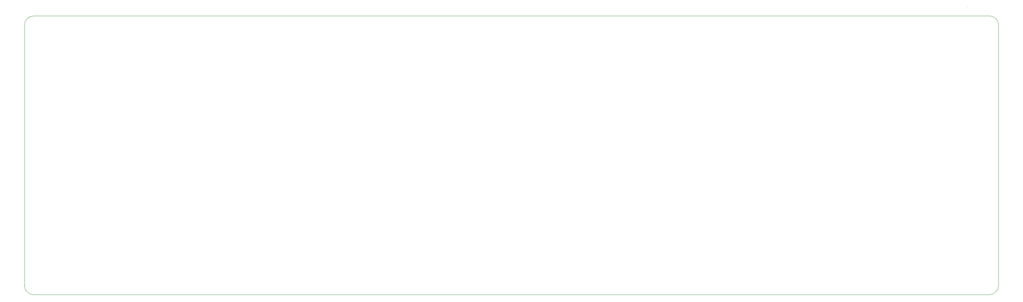
<source format=gm1>
G04 #@! TF.GenerationSoftware,KiCad,Pcbnew,(5.99.0-11526-gd613292b67)*
G04 #@! TF.CreationDate,2021-11-07T01:25:43-05:00*
G04 #@! TF.ProjectId,Whimsy,5768696d-7379-42e6-9b69-6361645f7063,0.2*
G04 #@! TF.SameCoordinates,Original*
G04 #@! TF.FileFunction,Profile,NP*
%FSLAX46Y46*%
G04 Gerber Fmt 4.6, Leading zero omitted, Abs format (unit mm)*
G04 Created by KiCad (PCBNEW (5.99.0-11526-gd613292b67)) date 2021-11-07 01:25:43*
%MOMM*%
%LPD*%
G01*
G04 APERTURE LIST*
G04 #@! TA.AperFunction,Profile*
%ADD10C,0.050000*%
G04 #@! TD*
G04 APERTURE END LIST*
D10*
X282348850Y-55700000D02*
X282348653Y-126900645D01*
X279800009Y-53200477D02*
X19127600Y-53232050D01*
X279800010Y-53200476D02*
G75*
G02*
X282348850Y-55700000I24658J-2524182D01*
G01*
X279848850Y-129432050D02*
X19127600Y-129432050D01*
X282348656Y-126900646D02*
G75*
G02*
X279848850Y-129432050I-2515605J-15799D01*
G01*
X16627801Y-126900353D02*
X16627801Y-55700353D01*
X16627803Y-126900353D02*
G75*
G03*
X19127600Y-129432050I2515747J-15950D01*
G01*
X16627800Y-55700352D02*
G75*
G02*
X19127600Y-53232050I2484051J-15749D01*
G01*
X273802600Y-50850800D02*
X273802600Y-50850800D01*
M02*

</source>
